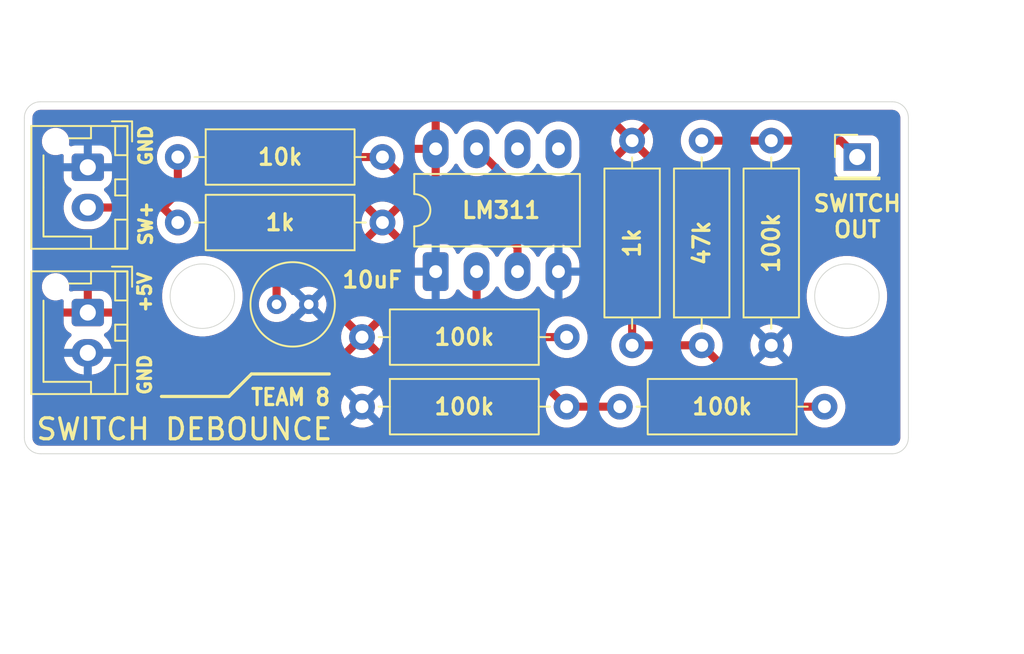
<source format=kicad_pcb>
(kicad_pcb (version 20241229) (generator "pcbnew") (generator_version "9.0")
  (layers (0 "F.Cu" signal) (2 "B.Cu" signal) (13 "F.Paste" user) (15 "B.Paste" user) (5 "F.SilkS" user "F.Silkscreen") (7 "B.SilkS" user "B.Silkscreen") (1 "F.Mask" user) (3 "B.Mask" user) (25 "Edge.Cuts" user))
  (net 0 "")
  (net 1 "Net-(U1--)")
  (net 2 "GND")
  (net 3 "Net-(R1-Pad1)")
  (net 4 "Net-(V_out1-Pin_1)")
  (net 5 "+5V")
  (net 6 "Net-(R31-Pad2)")
  (net 7 "Net-(U1-+)")
  (footprint "Connector_JST:JST_XH_B2B-XH-AM_1x02_P2.50mm_Vertical" (layer "F.Cu") (at 16.002 16.129 -90)
    (property "Reference" "SW1" (hide yes))
    (property "Value" "SW_Push")
    (fp_line (start -2.56 3.51) (end 5.06 3.51) (stroke (width 0.12)) (layer "F.SilkS"))
    (fp_line (start 5.06 3.51) (end 5.06 -2.46) (stroke (width 0.12)) (layer "F.SilkS"))
    (fp_line (start 1.25 2.75) (end -0.74 2.75) (stroke (width 0.12)) (layer "F.SilkS"))
    (fp_line (start 4.3 2.75) (end 1.25 2.75) (stroke (width 0.12)) (layer "F.SilkS"))
    (fp_line (start -2.55 -0.2) (end -1.8 -0.2) (stroke (width 0.12)) (layer "F.SilkS"))
    (fp_line (start -1.8 -0.2) (end -1.8 1.14) (stroke (width 0.12)) (layer "F.SilkS"))
    (fp_line (start 4.3 -0.2) (end 4.3 2.75) (stroke (width 0.12)) (layer "F.SilkS"))
    (fp_line (start 5.05 -0.2) (end 4.3 -0.2) (stroke (width 0.12)) (layer "F.SilkS"))
    (fp_line (start -2.55 -1.7) (end -0.75 -1.7) (stroke (width 0.12)) (layer "F.SilkS"))
    (fp_line (start -0.75 -1.7) (end -0.75 -2.45) (stroke (width 0.12)) (layer "F.SilkS"))
    (fp_line (start 0.75 -1.7) (end 1.75 -1.7) (stroke (width 0.12)) (layer "F.SilkS"))
    (fp_line (start 1.75 -1.7) (end 1.75 -2.45) (stroke (width 0.12)) (layer "F.SilkS"))
    (fp_line (start 3.25 -1.7) (end 5.05 -1.7) (stroke (width 0.12)) (layer "F.SilkS"))
    (fp_line (start 5.05 -1.7) (end 5.05 -2.45) (stroke (width 0.12)) (layer "F.SilkS"))
    (fp_line (start -2.55 -2.45) (end -2.55 -1.7) (stroke (width 0.12)) (layer "F.SilkS"))
    (fp_line (start -0.75 -2.45) (end -2.55 -2.45) (stroke (width 0.12)) (layer "F.SilkS"))
    (fp_line (start 0.75 -2.45) (end 0.75 -1.7) (stroke (width 0.12)) (layer "F.SilkS"))
    (fp_line (start 1.75 -2.45) (end 0.75 -2.45) (stroke (width 0.12)) (layer "F.SilkS"))
    (fp_line (start 3.25 -2.45) (end 3.25 -1.7) (stroke (width 0.12)) (layer "F.SilkS"))
    (fp_line (start 5.05 -2.45) (end 3.25 -2.45) (stroke (width 0.12)) (layer "F.SilkS"))
    (fp_line (start -2.56 -2.46) (end -2.56 3.51) (stroke (width 0.12)) (layer "F.SilkS"))
    (fp_line (start 5.06 -2.46) (end -2.56 -2.46) (stroke (width 0.12)) (layer "F.SilkS"))
    (fp_line (start -2.85 -2.75) (end -2.85 -1.5) (stroke (width 0.12)) (layer "F.SilkS"))
    (fp_line (start -1.6 -2.75) (end -2.85 -2.75) (stroke (width 0.12)) (layer "F.SilkS"))
    (pad "" np_thru_hole circle (at -1.6 2 270) (size 1.2 1.2) (drill 1.2) (layers "*.Cu" "*.Mask"))
    (pad "1" thru_hole roundrect (at 0 0 270) (size 1.7 2) (drill 1) (layers "*.Cu" "*.Mask") (roundrect_rratio 0.147059) (net 2 "GND"))
    (pad "2" thru_hole oval (at 2.5 0 270) (size 1.7 2) (drill 1) (layers "*.Cu" "*.Mask") (net 6 "Net-(R31-Pad2)"))
  )
  (footprint "Resistor_THT:R_Axial_DIN0309_L9.0mm_D3.2mm_P12.70mm_Horizontal" (layer "F.Cu") (at 54.102 27.178 90)
    (property "Reference" "R1" (hide yes))
    (property "Value" "47k" (at 6.35 0 90) (layer "F.SilkS") (effects (font (thickness 0.2) (bold yes))))
    (fp_line (start 11.66 0) (end 10.97 0) (stroke (width 0.12)) (layer "F.SilkS"))
    (fp_line (start 1.04 0) (end 1.73 0) (stroke (width 0.12)) (layer "F.SilkS"))
    (fp_rect (start 1.73 -1.72) (end 10.97 1.72) (stroke (width 0.12)) (fill no) (layer "F.SilkS"))
    (pad "1" thru_hole circle (at 0 0 90) (size 1.6 1.6) (drill 0.8) (layers "*.Cu" "*.Mask") (net 3 "Net-(R1-Pad1)"))
    (pad "2" thru_hole circle (at 12.7 0 90) (size 1.6 1.6) (drill 0.8) (layers "*.Cu" "*.Mask") (net 4 "Net-(V_out1-Pin_1)"))
  )
  (footprint "Connector_JST:JST_XH_B2B-XH-AM_1x02_P2.50mm_Vertical" (layer "F.Cu") (at 16.002 25.146 -90)
    (property "Reference" "BT1" (hide yes))
    (property "Value" "Battery")
    (fp_line (start -2.56 3.51) (end 5.06 3.51) (stroke (width 0.12)) (layer "F.SilkS"))
    (fp_line (start 5.06 3.51) (end 5.06 -2.46) (stroke (width 0.12)) (layer "F.SilkS"))
    (fp_line (start 1.25 2.75) (end -0.74 2.75) (stroke (width 0.12)) (layer "F.SilkS"))
    (fp_line (start 4.3 2.75) (end 1.25 2.75) (stroke (width 0.12)) (layer "F.SilkS"))
    (fp_line (start -2.55 -0.2) (end -1.8 -0.2) (stroke (width 0.12)) (layer "F.SilkS"))
    (fp_line (start -1.8 -0.2) (end -1.8 1.14) (stroke (width 0.12)) (layer "F.SilkS"))
    (fp_line (start 4.3 -0.2) (end 4.3 2.75) (stroke (width 0.12)) (layer "F.SilkS"))
    (fp_line (start 5.05 -0.2) (end 4.3 -0.2) (stroke (width 0.12)) (layer "F.SilkS"))
    (fp_line (start -2.55 -1.7) (end -0.75 -1.7) (stroke (width 0.12)) (layer "F.SilkS"))
    (fp_line (start -0.75 -1.7) (end -0.75 -2.45) (stroke (width 0.12)) (layer "F.SilkS"))
    (fp_line (start 0.75 -1.7) (end 1.75 -1.7) (stroke (width 0.12)) (layer "F.SilkS"))
    (fp_line (start 1.75 -1.7) (end 1.75 -2.45) (stroke (width 0.12)) (layer "F.SilkS"))
    (fp_line (start 3.25 -1.7) (end 5.05 -1.7) (stroke (width 0.12)) (layer "F.SilkS"))
    (fp_line (start 5.05 -1.7) (end 5.05 -2.45) (stroke (width 0.12)) (layer "F.SilkS"))
    (fp_line (start -2.55 -2.45) (end -2.55 -1.7) (stroke (width 0.12)) (layer "F.SilkS"))
    (fp_line (start -0.75 -2.45) (end -2.55 -2.45) (stroke (width 0.12)) (layer "F.SilkS"))
    (fp_line (start 0.75 -2.45) (end 0.75 -1.7) (stroke (width 0.12)) (layer "F.SilkS"))
    (fp_line (start 1.75 -2.45) (end 0.75 -2.45) (stroke (width 0.12)) (layer "F.SilkS"))
    (fp_line (start 3.25 -2.45) (end 3.25 -1.7) (stroke (width 0.12)) (layer "F.SilkS"))
    (fp_line (start 5.05 -2.45) (end 3.25 -2.45) (stroke (width 0.12)) (layer "F.SilkS"))
    (fp_line (start -2.56 -2.46) (end -2.56 3.51) (stroke (width 0.12)) (layer "F.SilkS"))
    (fp_line (start 5.06 -2.46) (end -2.56 -2.46) (stroke (width 0.12)) (layer "F.SilkS"))
    (fp_line (start -2.85 -2.75) (end -2.85 -1.5) (stroke (width 0.12)) (layer "F.SilkS"))
    (fp_line (start -1.6 -2.75) (end -2.85 -2.75) (stroke (width 0.12)) (layer "F.SilkS"))
    (pad "" np_thru_hole circle (at -1.6 2 270) (size 1.2 1.2) (drill 1.2) (layers "*.Cu" "*.Mask"))
    (pad "1" thru_hole roundrect (at 0 0 270) (size 1.7 2) (drill 1) (layers "*.Cu" "*.Mask") (roundrect_rratio 0.147059) (net 5 "+5V"))
    (pad "2" thru_hole oval (at 2.5 0 270) (size 1.7 2) (drill 1) (layers "*.Cu" "*.Mask") (net 2 "GND"))
  )
  (footprint "Resistor_THT:R_Axial_DIN0309_L9.0mm_D3.2mm_P12.70mm_Horizontal" (layer "F.Cu") (at 49.784 14.478 -90)
    (property "Reference" "R36" (hide yes))
    (property "Value" "1k" (at 6.35 0 270) (layer "F.SilkS") (effects (font (thickness 0.2) (bold yes))))
    (fp_line (start 1.04 0) (end 1.73 0) (stroke (width 0.12)) (layer "F.SilkS"))
    (fp_line (start 11.66 0) (end 10.97 0) (stroke (width 0.12)) (layer "F.SilkS"))
    (fp_rect (start 1.73 -1.72) (end 10.97 1.72) (stroke (width 0.12)) (fill no) (layer "F.SilkS"))
    (pad "1" thru_hole circle (at 0 0 270) (size 1.6 1.6) (drill 0.8) (layers "*.Cu" "*.Mask") (net 5 "+5V"))
    (pad "2" thru_hole circle (at 12.7 0 270) (size 1.6 1.6) (drill 0.8) (layers "*.Cu" "*.Mask") (net 3 "Net-(R1-Pad1)"))
  )
  (footprint "Package_DIP:DIP-8_W7.62mm_LongPads" (layer "F.Cu") (at 37.592 22.606 90)
    (property "Reference" "U1" (hide yes))
    (property "Value" "LM311" (at 3.81 4.064 180) (layer "F.SilkS") (effects (font (thickness 0.2) (bold yes))))
    (fp_line (start 6.06 -1.33) (end 4.81 -1.33) (stroke (width 0.12)) (layer "F.SilkS"))
    (fp_line (start 2.81 -1.33) (end 1.56 -1.33) (stroke (width 0.12)) (layer "F.SilkS"))
    (fp_line (start 1.56 -1.33) (end 1.56 8.95) (stroke (width 0.12)) (layer "F.SilkS"))
    (fp_line (start 6.06 8.95) (end 6.06 -1.33) (stroke (width 0.12)) (layer "F.SilkS"))
    (fp_line (start 1.56 8.95) (end 6.06 8.95) (stroke (width 0.12)) (layer "F.SilkS"))
    (fp_arc (start 4.81 -1.33) (mid 3.81 -0.33) (end 2.81 -1.33) (stroke (width 0.12)) (layer "F.SilkS"))
    (pad "1" thru_hole roundrect (at 0 0 90) (size 2.4 1.6) (drill 0.8) (layers "*.Cu" "*.Mask") (roundrect_rratio 0.15625) (net 2 "GND"))
    (pad "2" thru_hole oval (at 0 2.54 90) (size 2.4 1.6) (drill 0.8) (layers "*.Cu" "*.Mask") (net 7 "Net-(U1-+)"))
    (pad "3" thru_hole oval (at 0 5.08 90) (size 2.4 1.6) (drill 0.8) (layers "*.Cu" "*.Mask") (net 1 "Net-(U1--)"))
    (pad "4" thru_hole oval (at 0 7.62 90) (size 2.4 1.6) (drill 0.8) (layers "*.Cu" "*.Mask") (net 2 "GND"))
    (pad "5" thru_hole oval (at 7.62 7.62 90) (size 2.4 1.6) (drill 0.8) (layers "*.Cu" "*.Mask"))
    (pad "6" thru_hole oval (at 7.62 5.08 90) (size 2.4 1.6) (drill 0.8) (layers "*.Cu" "*.Mask"))
    (pad "7" thru_hole oval (at 7.62 2.54 90) (size 2.4 1.6) (drill 0.8) (layers "*.Cu" "*.Mask") (net 3 "Net-(R1-Pad1)"))
    (pad "8" thru_hole oval (at 7.62 0 90) (size 2.4 1.6) (drill 0.8) (layers "*.Cu" "*.Mask") (net 5 "+5V"))
  )
  (footprint "Resistor_THT:R_Axial_DIN0309_L9.0mm_D3.2mm_P12.70mm_Horizontal" (layer "F.Cu") (at 33.02 30.988)
    (property "Reference" "R34" (hide yes))
    (property "Value" "100k" (at 6.35 0 0) (layer "F.SilkS") (effects (font (thickness 0.2) (bold yes))))
    (fp_line (start 1.04 0) (end 1.73 0) (stroke (width 0.12)) (layer "F.SilkS"))
    (fp_line (start 11.66 0) (end 10.97 0) (stroke (width 0.12)) (layer "F.SilkS"))
    (fp_rect (start 1.73 -1.72) (end 10.97 1.72) (stroke (width 0.12)) (fill no) (layer "F.SilkS"))
    (pad "1" thru_hole circle (at 0 0) (size 1.6 1.6) (drill 0.8) (layers "*.Cu" "*.Mask") (net 2 "GND"))
    (pad "2" thru_hole circle (at 12.7 0) (size 1.6 1.6) (drill 0.8) (layers "*.Cu" "*.Mask") (net 7 "Net-(U1-+)"))
  )
  (footprint "Connector_PinHeader_2.54mm:PinHeader_1x01_P2.54mm_Vertical" (layer "F.Cu") (at 63.754 15.494)
    (property "Reference" "V_out1" (hide yes))
    (property "Value" "Conn_01x01_Pin" (hide yes))
    (fp_line (start -1.38 -1.38) (end 0 -1.38) (stroke (width 0.12)) (layer "F.SilkS"))
    (fp_line (start -1.38 0) (end -1.38 -1.38) (stroke (width 0.12)) (layer "F.SilkS"))
    (fp_line (start -1.38 1.27) (end -1.38 1.38) (stroke (width 0.12)) (layer "F.SilkS"))
    (fp_line (start -1.38 1.27) (end 1.38 1.27) (stroke (width 0.12)) (layer "F.SilkS"))
    (fp_line (start -1.38 1.38) (end 1.38 1.38) (stroke (width 0.12)) (layer "F.SilkS"))
    (fp_line (start 1.38 1.27) (end 1.38 1.38) (stroke (width 0.12)) (layer "F.SilkS"))
    (pad "1" thru_hole rect (at 0 0) (size 1.7 1.7) (drill 1) (layers "*.Cu" "*.Mask") (net 4 "Net-(V_out1-Pin_1)"))
  )
  (footprint "Resistor_THT:R_Axial_DIN0309_L9.0mm_D3.2mm_P12.70mm_Horizontal" (layer "F.Cu") (at 45.72 26.67 180)
    (property "Reference" "R33" (hide yes))
    (property "Value" "100k" (at 6.35 0 0) (layer "F.SilkS") (effects (font (thickness 0.2) (bold yes))))
    (fp_line (start 11.66 0) (end 10.97 0) (stroke (width 0.12)) (layer "F.SilkS"))
    (fp_line (start 1.04 0) (end 1.73 0) (stroke (width 0.12)) (layer "F.SilkS"))
    (fp_rect (start 1.73 -1.72) (end 10.97 1.72) (stroke (width 0.12)) (fill no) (layer "F.SilkS"))
    (pad "1" thru_hole circle (at 0 0 180) (size 1.6 1.6) (drill 0.8) (layers "*.Cu" "*.Mask") (net 7 "Net-(U1-+)"))
    (pad "2" thru_hole circle (at 12.7 0 180) (size 1.6 1.6) (drill 0.8) (layers "*.Cu" "*.Mask") (net 5 "+5V"))
  )
  (footprint "Resistor_THT:R_Axial_DIN0309_L9.0mm_D3.2mm_P12.70mm_Horizontal" (layer "F.Cu") (at 21.59 15.494)
    (property "Reference" "R32" (hide yes))
    (property "Value" "10k" (at 6.35 0 0) (layer "F.SilkS") (effects (font (thickness 0.2) (bold yes))))
    (fp_line (start 1.04 0) (end 1.73 0) (stroke (width 0.12)) (layer "F.SilkS"))
    (fp_line (start 11.66 0) (end 10.97 0) (stroke (width 0.12)) (layer "F.SilkS"))
    (fp_rect (start 1.73 -1.72) (end 10.97 1.72) (stroke (width 0.12)) (fill no) (layer "F.SilkS"))
    (pad "1" thru_hole circle (at 0 0) (size 1.6 1.6) (drill 0.8) (layers "*.Cu" "*.Mask") (net 6 "Net-(R31-Pad2)"))
    (pad "2" thru_hole circle (at 12.7 0) (size 1.6 1.6) (drill 0.8) (layers "*.Cu" "*.Mask") (net 1 "Net-(U1--)"))
  )
  (footprint "Resistor_THT:R_Axial_DIN0309_L9.0mm_D3.2mm_P12.70mm_Horizontal" (layer "F.Cu") (at 34.29 19.558 180)
    (property "Reference" "R31" (hide yes))
    (property "Value" "1k" (at 6.35 0 0) (layer "F.SilkS") (effects (font (thickness 0.2) (bold yes))))
    (fp_line (start 11.66 0) (end 10.97 0) (stroke (width 0.12)) (layer "F.SilkS"))
    (fp_line (start 1.04 0) (end 1.73 0) (stroke (width 0.12)) (layer "F.SilkS"))
    (fp_rect (start 1.73 -1.72) (end 10.97 1.72) (stroke (width 0.12)) (fill no) (layer "F.SilkS"))
    (pad "1" thru_hole circle (at 0 0 180) (size 1.6 1.6) (drill 0.8) (layers "*.Cu" "*.Mask") (net 5 "+5V"))
    (pad "2" thru_hole circle (at 12.7 0 180) (size 1.6 1.6) (drill 0.8) (layers "*.Cu" "*.Mask") (net 6 "Net-(R31-Pad2)"))
  )
  (footprint "Resistor_THT:R_Axial_DIN0309_L9.0mm_D3.2mm_P12.70mm_Horizontal" (layer "F.Cu") (at 58.42 27.178 90)
    (property "Reference" "R2" (hide yes))
    (property "Value" "100k" (at 6.35 0 90) (layer "F.SilkS") (effects (font (thickness 0.2) (bold yes))))
    (fp_line (start 11.66 0) (end 10.97 0) (stroke (width 0.12)) (layer "F.SilkS"))
    (fp_line (start 1.04 0) (end 1.73 0) (stroke (width 0.12)) (layer "F.SilkS"))
    (fp_rect (start 1.73 -1.72) (end 10.97 1.72) (stroke (width 0.12)) (fill no) (layer "F.SilkS"))
    (pad "1" thru_hole circle (at 0 0 90) (size 1.6 1.6) (drill 0.8) (layers "*.Cu" "*.Mask") (net 2 "GND"))
    (pad "2" thru_hole circle (at 12.7 0 90) (size 1.6 1.6) (drill 0.8) (layers "*.Cu" "*.Mask") (net 4 "Net-(V_out1-Pin_1)"))
  )
  (footprint "Resistor_THT:R_Axial_DIN0309_L9.0mm_D3.2mm_P12.70mm_Horizontal" (layer "F.Cu") (at 61.722 30.988 180)
    (property "Reference" "R35" (hide yes))
    (property "Value" "100k" (at 6.35 0 0) (layer "F.SilkS") (effects (font (thickness 0.2) (bold yes))))
    (fp_line (start 11.66 0) (end 10.97 0) (stroke (width 0.12)) (layer "F.SilkS"))
    (fp_line (start 1.04 0) (end 1.73 0) (stroke (width 0.12)) (layer "F.SilkS"))
    (fp_rect (start 1.73 -1.72) (end 10.97 1.72) (stroke (width 0.12)) (fill no) (layer "F.SilkS"))
    (pad "1" thru_hole circle (at 0 0 180) (size 1.6 1.6) (drill 0.8) (layers "*.Cu" "*.Mask") (net 3 "Net-(R1-Pad1)"))
    (pad "2" thru_hole circle (at 12.7 0 180) (size 1.6 1.6) (drill 0.8) (layers "*.Cu" "*.Mask") (net 7 "Net-(U1-+)"))
  )
  (footprint "Capacitor_THT:C_Radial_D5.0mm_H7.0mm_P2.00mm" (layer "F.Cu") (at 27.718 24.638)
    (property "Reference" "C6" (hide yes))
    (property "Value" "10uF" (at 5.937 -1.524 0) (layer "F.SilkS") (effects (font (thickness 0.2) (bold yes))))
    (fp_circle (center 1 0) (end 3.62 0) (stroke (width 0.12)) (fill no) (layer "F.SilkS"))
    (pad "1" thru_hole circle (at 0 0) (size 1.2 1.2) (drill 0.6) (layers "*.Cu" "*.Mask") (net 1 "Net-(U1--)"))
    (pad "2" thru_hole circle (at 2 0) (size 1.2 1.2) (drill 0.6) (layers "*.Cu" "*.Mask") (net 2 "GND"))
  )
  (gr_line (start 20.574 30.353) (end 24.765 30.353) (stroke (width 0.2)) (layer "F.SilkS"))
  (gr_line (start 24.765 30.353) (end 26.162 28.956) (stroke (width 0.2)) (layer "F.SilkS"))
  (gr_line (start 26.162 28.956) (end 30.988 28.956) (stroke (width 0.2)) (layer "F.SilkS"))
  (gr_line (start 65.929 33.909) (end 13.065 33.909) (stroke (width 0.05)) (layer "Edge.Cuts"))
  (gr_arc (start 65.929 12.065) (mid 66.636107 12.357893) (end 66.929 13.065) (stroke (width 0.05)) (layer "Edge.Cuts"))
  (gr_arc (start 13.065 33.909) (mid 12.357893 33.616107) (end 12.065 32.909) (stroke (width 0.05)) (layer "Edge.Cuts"))
  (gr_circle (center 63.114 24.13) (end 65.114 24.13) (stroke (width 0.05)) (fill no) (layer "Edge.Cuts"))
  (gr_arc (start 12.065 13.065) (mid 12.357893 12.357893) (end 13.065 12.065) (stroke (width 0.05)) (layer "Edge.Cuts"))
  (gr_line (start 13.065 12.065) (end 65.929 12.065) (stroke (width 0.05)) (layer "Edge.Cuts"))
  (gr_line (start 66.929 13.065) (end 66.929 32.909) (stroke (width 0.05)) (layer "Edge.Cuts"))
  (gr_arc (start 66.929 32.909) (mid 66.636107 33.616107) (end 65.929 33.909) (stroke (width 0.05)) (layer "Edge.Cuts"))
  (gr_line (start 12.065 32.909) (end 12.065 13.065) (stroke (width 0.05)) (layer "Edge.Cuts"))
  (gr_circle (center 23.114 24.13) (end 25.114 24.13) (stroke (width 0.05)) (fill no) (layer "Edge.Cuts"))
  (gr_text "GND" (at 20.066 16.129 90) (layer "F.SilkS") (effects (font (size 0.8 0.8) (thickness 0.2) (bold yes)) (justify left bottom)))
  (gr_text "SW+" (at 20.066 21.082 90) (layer "F.SilkS") (effects (font (size 0.8 0.8) (thickness 0.2) (bold yes)) (justify left bottom)))
  (gr_text "SWITCH DEBOUNCE" (at 12.7 33.147 0) (layer "F.SilkS") (effects (font (size 1.3 1.3) (thickness 0.2)) (justify left bottom)))
  (gr_text "+5V" (at 20.006819 25.240825 90) (layer "F.SilkS") (effects (font (size 0.8 0.8) (thickness 0.2) (bold yes)) (justify left bottom)))
  (gr_text "GND" (at 20.006819 30.353 90) (layer "F.SilkS") (effects (font (size 0.8 0.8) (thickness 0.2) (bold yes)) (justify left bottom)))
  (gr_text "TEAM 8" (at 26.035 30.988 0) (layer "F.SilkS") (effects (font (size 1 0.9) (thickness 0.2) (bold yes)) (justify left bottom)))
  (gr_text "SWITCH\nOUT" (at 63.754 20.574 0) (layer "F.SilkS") (effects (font (size 1 1) (thickness 0.2) (bold yes)) (justify bottom)))
  (segment (start 34.29 15.494) (end 36.703 17.907) (width 0.5) (layer "F.Cu") (net 1))
  (segment (start 39.497 17.907) (end 42.672 21.082) (width 0.5) (layer "F.Cu") (net 1))
  (segment (start 30.353 15.494) (end 27.718 18.129) (width 0.5) (layer "F.Cu") (net 1))
  (segment (start 42.672 21.082) (end 42.672 22.606) (width 0.5) (layer "F.Cu") (net 1))
  (segment (start 27.718 18.129) (end 27.718 24.638) (width 0.5) (layer "F.Cu") (net 1))
  (segment (start 34.29 15.494) (end 30.353 15.494) (width 0.5) (layer "F.Cu") (net 1))
  (segment (start 36.703 17.907) (end 39.497 17.907) (width 0.5) (layer "F.Cu") (net 1))
  (segment (start 54.102 27.178) (end 57.912 30.988) (width 0.5) (layer "F.Cu") (net 3))
  (segment (start 42.291 17.145) (end 47.117 17.145) (width 0.5) (layer "F.Cu") (net 3))
  (segment (start 57.912 30.988) (end 61.722 30.988) (width 0.5) (layer "F.Cu") (net 3))
  (segment (start 40.132 14.986) (end 42.291 17.145) (width 0.5) (layer "F.Cu") (net 3))
  (segment (start 49.784 19.812) (end 49.784 27.178) (width 0.5) (layer "F.Cu") (net 3))
  (segment (start 49.784 27.178) (end 54.102 27.178) (width 0.5) (layer "F.Cu") (net 3))
  (segment (start 47.117 17.145) (end 49.784 19.812) (width 0.5) (layer "F.Cu") (net 3))
  (segment (start 58.42 14.478) (end 62.738 14.478) (width 0.5) (layer "F.Cu") (net 4))
  (segment (start 54.102 14.478) (end 58.42 14.478) (width 0.5) (layer "F.Cu") (net 4))
  (segment (start 62.738 14.478) (end 63.754 15.494) (width 0.5) (layer "F.Cu") (net 4))
  (segment (start 16.002 18.629) (end 20.661 18.629) (width 0.5) (layer "F.Cu") (net 6))
  (segment (start 21.59 15.494) (end 21.59 17.7) (width 0.5) (layer "F.Cu") (net 6))
  (segment (start 21.59 17.7) (end 20.661 18.629) (width 0.5) (layer "F.Cu") (net 6))
  (segment (start 20.661 18.629) (end 21.59 19.558) (width 0.5) (layer "F.Cu") (net 6))
  (segment (start 40.132 25.4) (end 41.402 26.67) (width 0.5) (layer "F.Cu") (net 7))
  (segment (start 45.72 30.988) (end 49.022 30.988) (width 0.5) (layer "F.Cu") (net 7))
  (segment (start 41.402 26.67) (end 45.72 30.988) (width 0.5) (layer "F.Cu") (net 7))
  (segment (start 45.72 26.67) (end 41.402 26.67) (width 0.5) (layer "F.Cu") (net 7))
  (segment (start 40.132 22.606) (end 40.132 25.4) (width 0.5) (layer "F.Cu") (net 7))
  (zone (net 5) (net_name "+5V") (layer "F.Cu") (connect_pads (clearance 0.5)) (min_thickness 0.25) (fill yes (thermal_gap 0.5) (thermal_bridge_width 0.5))
    (polygon (pts (xy 11.43 10.922) (xy 11.43 35.687) (xy 68.199 35.687) (xy 68.199 10.922)))
  )
  (zone (net 2) (net_name "GND") (layer "B.Cu") (priority 1) (connect_pads (clearance 0.5)) (min_thickness 0.25) (fill yes (thermal_gap 0.5) (thermal_bridge_width 0.5))
    (polygon (pts (xy 11.43 10.922) (xy 11.43 35.687) (xy 68.199 35.687) (xy 68.199 10.922)))
  )
)
</source>
